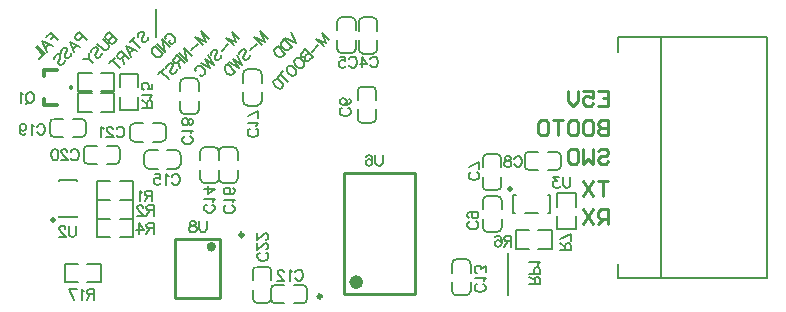
<source format=gbo>
G04*
G04 #@! TF.GenerationSoftware,Altium Limited,Altium Designer,18.1.4 (159)*
G04*
G04 Layer_Color=32896*
%FSLAX25Y25*%
%MOIN*%
G70*
G01*
G75*
%ADD11C,0.00787*%
%ADD12C,0.02362*%
%ADD13C,0.01181*%
%ADD17C,0.00600*%
%ADD18C,0.00800*%
%ADD21C,0.01000*%
%ADD22C,0.01968*%
%ADD92C,0.01575*%
%ADD93C,0.01200*%
D11*
X134210Y89468D02*
G03*
X132635Y91043I-1575J-0D01*
G01*
X129565Y91043D02*
G03*
X127990Y89468I0J-1575D01*
G01*
X127990Y80532D02*
G03*
X129565Y78957I1575J0D01*
G01*
X132635D02*
G03*
X134210Y80532I0J1575D01*
G01*
X116406Y-4389D02*
G03*
X117981Y-2814I-0J1575D01*
G01*
X117981Y257D02*
G03*
X116406Y1832I-1575J0D01*
G01*
X107469Y1832D02*
G03*
X105895Y257I0J-1575D01*
G01*
Y-2814D02*
G03*
X107469Y-4389I1575J0D01*
G01*
X172484Y8782D02*
G03*
X170909Y10357I-1575J-0D01*
G01*
X167838Y10357D02*
G03*
X166263Y8782I0J-1575D01*
G01*
X166263Y-155D02*
G03*
X167838Y-1729I1575J0D01*
G01*
X170909D02*
G03*
X172484Y-155I0J1575D01*
G01*
X176490Y34888D02*
G03*
X178065Y33313I1575J0D01*
G01*
X181135Y33313D02*
G03*
X182710Y34888I0J1575D01*
G01*
X182710Y43825D02*
G03*
X181135Y45400I-1575J-0D01*
G01*
X178065D02*
G03*
X176490Y43825I0J-1575D01*
G01*
X141410Y89374D02*
G03*
X139835Y90949I-1575J-0D01*
G01*
X136765Y90949D02*
G03*
X135190Y89374I0J-1575D01*
G01*
X135190Y80437D02*
G03*
X136765Y78863I1575J0D01*
G01*
X139835D02*
G03*
X141410Y80437I0J1575D01*
G01*
X140994Y66288D02*
G03*
X139419Y67863I-1575J-0D01*
G01*
X136348Y67863D02*
G03*
X134773Y66288I0J-1575D01*
G01*
X134773Y57351D02*
G03*
X136348Y55776I1575J0D01*
G01*
X139419D02*
G03*
X140994Y57351I0J1575D01*
G01*
X182816Y29869D02*
G03*
X181241Y31443I-1575J-0D01*
G01*
X178170Y31443D02*
G03*
X176595Y29869I0J-1575D01*
G01*
X176595Y20932D02*
G03*
X178170Y19357I1575J0D01*
G01*
X181241D02*
G03*
X182816Y20932I0J1575D01*
G01*
X190488Y41565D02*
G03*
X192063Y39990I1575J0D01*
G01*
Y46210D02*
G03*
X190488Y44635I0J-1575D01*
G01*
X202575Y44635D02*
G03*
X201000Y46210I-1575J0D01*
G01*
X201000Y39990D02*
G03*
X202575Y41565I-0J1575D01*
G01*
X104467Y-4240D02*
G03*
X106042Y-2665I0J1575D01*
G01*
X99821D02*
G03*
X101396Y-4240I1575J0D01*
G01*
X101396Y7847D02*
G03*
X99821Y6272I0J-1575D01*
G01*
X106042Y6272D02*
G03*
X104467Y7847I-1575J-0D01*
G01*
X33786Y57193D02*
G03*
X32211Y55619I0J-1575D01*
G01*
X32211Y52548D02*
G03*
X33786Y50973I1575J0D01*
G01*
X42723Y50973D02*
G03*
X44297Y52548I-0J1575D01*
G01*
Y55619D02*
G03*
X42723Y57193I-1575J0D01*
G01*
X60474Y55710D02*
G03*
X58899Y54135I0J-1575D01*
G01*
X58899Y51065D02*
G03*
X60474Y49490I1575J0D01*
G01*
X69411Y49490D02*
G03*
X70986Y51065I-0J1575D01*
G01*
Y54135D02*
G03*
X69411Y55710I-1575J0D01*
G01*
X54000Y42018D02*
G03*
X55575Y43593I-0J1575D01*
G01*
X55575Y46663D02*
G03*
X54000Y48238I-1575J0D01*
G01*
X45063Y48238D02*
G03*
X43488Y46663I0J-1575D01*
G01*
Y43593D02*
G03*
X45063Y42018I1575J0D01*
G01*
X75647Y60232D02*
G03*
X77222Y58657I1575J0D01*
G01*
X80292Y58657D02*
G03*
X81867Y60232I0J1575D01*
G01*
X81867Y69169D02*
G03*
X80292Y70743I-1575J-0D01*
G01*
X77222D02*
G03*
X75647Y69169I0J-1575D01*
G01*
X96590Y63131D02*
G03*
X98165Y61557I1575J0D01*
G01*
X101235Y61557D02*
G03*
X102810Y63131I0J1575D01*
G01*
X102810Y72069D02*
G03*
X101235Y73643I-1575J-0D01*
G01*
X98165D02*
G03*
X96590Y72069I0J-1575D01*
G01*
X94831Y46201D02*
G03*
X93256Y47776I-1575J-0D01*
G01*
X90185Y47776D02*
G03*
X88611Y46201I0J-1575D01*
G01*
X88611Y37264D02*
G03*
X90185Y35689I1575J0D01*
G01*
X93256D02*
G03*
X94831Y37264I0J1575D01*
G01*
X74206Y40505D02*
G03*
X75781Y42079I-0J1575D01*
G01*
X75781Y45150D02*
G03*
X74206Y46725I-1575J0D01*
G01*
X65269Y46725D02*
G03*
X63694Y45150I0J-1575D01*
G01*
Y42079D02*
G03*
X65269Y40505I1575J0D01*
G01*
X88616Y46135D02*
G03*
X87041Y47710I-1575J-0D01*
G01*
X83970Y47710D02*
G03*
X82395Y46135I0J-1575D01*
G01*
X82395Y37198D02*
G03*
X83970Y35624I1575J0D01*
G01*
X87041D02*
G03*
X88616Y37198I0J1575D01*
G01*
X134210Y80532D02*
Y83425D01*
X129565Y91043D02*
X132635D01*
X129565Y78957D02*
X132635D01*
X134210Y86575D02*
Y89468D01*
X127990Y86575D02*
Y89468D01*
X127990Y80532D02*
Y83425D01*
X107469Y-4389D02*
X110363D01*
X117981Y-2814D02*
Y257D01*
X105895Y-2814D02*
Y257D01*
X113513Y-4389D02*
X116406D01*
X113513Y1832D02*
X116406D01*
X107469Y1832D02*
X110363D01*
X172484Y-155D02*
Y2739D01*
X167838Y10357D02*
X170909D01*
X167838Y-1729D02*
X170909D01*
X172484Y5889D02*
Y8782D01*
X166263Y5889D02*
Y8782D01*
X166263Y-155D02*
Y2739D01*
X195075Y20110D02*
X199543D01*
X187457Y13890D02*
Y20110D01*
X199543Y13890D02*
Y20110D01*
X187457D02*
X191925D01*
X195075Y13890D02*
X199543D01*
X187457D02*
X191925D01*
X201290Y27875D02*
Y32343D01*
Y20257D02*
X207510D01*
X201290Y32343D02*
X207510D01*
X201290Y20257D02*
Y24725D01*
X207510Y27875D02*
Y32343D01*
Y20257D02*
Y24725D01*
X176490Y40931D02*
Y43825D01*
X178065Y33313D02*
X181135D01*
X178065Y45400D02*
X181135D01*
X176490Y34888D02*
Y37782D01*
X182710Y34888D02*
Y37782D01*
X182710Y40931D02*
Y43825D01*
X141410Y80437D02*
Y83331D01*
X136765Y90949D02*
X139835D01*
X136765Y78863D02*
X139835D01*
X141410Y86481D02*
Y89374D01*
X135190Y86481D02*
Y89374D01*
X135190Y80437D02*
Y83331D01*
X140994Y57351D02*
Y60245D01*
X136348Y67863D02*
X139419D01*
X136348Y55776D02*
X139419D01*
X140994Y63394D02*
Y66288D01*
X134773Y63394D02*
Y66288D01*
X134773Y57351D02*
Y60245D01*
X182816Y20932D02*
Y23825D01*
X178170Y31443D02*
X181241D01*
X178170Y19357D02*
X181241D01*
X182816Y26975D02*
Y29869D01*
X176595Y26975D02*
Y29869D01*
X176595Y20932D02*
Y23825D01*
X44732Y8805D02*
X49200D01*
X37114Y2584D02*
Y8805D01*
X49200Y2584D02*
Y8805D01*
X37114D02*
X41582D01*
X44732Y2584D02*
X49200D01*
X37114D02*
X41582D01*
X192063Y46210D02*
X194957D01*
X198106Y46210D02*
X201000D01*
X198106Y39990D02*
X201000D01*
X190488Y41565D02*
Y44635D01*
X202575Y41565D02*
Y44635D01*
X192063Y39990D02*
X194957D01*
X47957Y17687D02*
X52425D01*
X60043D02*
Y23907D01*
X47957Y17687D02*
Y23907D01*
X55575Y17687D02*
X60043D01*
X47957Y23907D02*
X52425D01*
X55575D02*
X60043D01*
X55575Y36410D02*
X60043D01*
X47957Y30190D02*
Y36410D01*
X60043Y30190D02*
Y36410D01*
X47957D02*
X52425D01*
X55575Y30190D02*
X60043D01*
X47957D02*
X52425D01*
X47957Y23789D02*
X52425D01*
X60043D02*
Y30009D01*
X47957Y23789D02*
Y30009D01*
X55575Y23789D02*
X60043D01*
X47957Y30009D02*
X52425D01*
X55575D02*
X60043D01*
X99821Y-2665D02*
Y229D01*
X99821Y3378D02*
Y6272D01*
X106042Y3378D02*
Y6272D01*
X101396Y-4240D02*
X104467D01*
X101396Y7847D02*
X104467D01*
X106042Y-2665D02*
Y229D01*
X39829Y57193D02*
X42723D01*
X32211Y52548D02*
Y55619D01*
X44297Y52548D02*
Y55619D01*
X33786Y57193D02*
X36679D01*
X33786Y50973D02*
X36679D01*
X39829Y50973D02*
X42723D01*
X49275Y72510D02*
X53743D01*
X41657D02*
X46125D01*
X49275Y66290D02*
X53743D01*
X41657D02*
Y72510D01*
X53743Y66290D02*
Y72510D01*
X41657Y66290D02*
X46125D01*
X61710Y59988D02*
Y64457D01*
Y67606D02*
Y72075D01*
X55490Y59988D02*
Y64457D01*
Y72075D02*
X61710D01*
X55490Y59988D02*
X61710D01*
X55490Y67606D02*
Y72075D01*
X41657Y59390D02*
X46125D01*
X49275D02*
X53743D01*
X41657Y65610D02*
X46125D01*
X53743Y59390D02*
Y65610D01*
X41657Y59390D02*
Y65610D01*
X49275D02*
X53743D01*
X66517Y55710D02*
X69411D01*
X58899Y51065D02*
Y54135D01*
X70986Y51065D02*
Y54135D01*
X60474Y55710D02*
X63368D01*
X60474Y49490D02*
X63368D01*
X66517Y49490D02*
X69411D01*
X45063Y42018D02*
X47957D01*
X55575Y43593D02*
Y46663D01*
X43488Y43593D02*
Y46663D01*
X51106Y42018D02*
X54000D01*
X51106Y48238D02*
X54000D01*
X45063Y48238D02*
X47957D01*
X75647Y66275D02*
Y69169D01*
X77222Y58657D02*
X80292D01*
X77222Y70743D02*
X80292D01*
X75647Y60232D02*
Y63125D01*
X81867Y60232D02*
Y63125D01*
X81867Y66275D02*
Y69169D01*
X96590Y69175D02*
Y72069D01*
X98165Y61557D02*
X101235D01*
X98165Y73643D02*
X101235D01*
X96590Y63131D02*
Y66025D01*
X102810Y63131D02*
Y66025D01*
X102810Y69175D02*
Y72069D01*
X94831Y37264D02*
Y40157D01*
X90185Y47776D02*
X93256D01*
X90185Y35689D02*
X93256D01*
X94831Y43307D02*
Y46201D01*
X88611Y43307D02*
Y46201D01*
X88611Y37264D02*
Y40157D01*
X65269Y40505D02*
X68163D01*
X75781Y42079D02*
Y45150D01*
X63694Y42079D02*
Y45150D01*
X71312Y40505D02*
X74206D01*
X71312Y46725D02*
X74206D01*
X65269Y46725D02*
X68163D01*
X88616Y37198D02*
Y40092D01*
X83970Y47710D02*
X87041D01*
X83970Y35624D02*
X87041D01*
X88616Y43242D02*
Y46135D01*
X82395Y43242D02*
Y46135D01*
X82395Y37198D02*
Y40092D01*
D12*
X135524Y2708D02*
G03*
X135524Y2708I-1181J0D01*
G01*
D13*
X96670Y18407D02*
G03*
X96670Y18407I-591J0D01*
G01*
X122729Y-2016D02*
G03*
X122729Y-2016I-591J0D01*
G01*
D17*
X235836Y4133D02*
X235836Y84447D01*
X271269Y4133D02*
Y84447D01*
X235836D02*
X271269D01*
X235836Y4133D02*
X271269D01*
X221663Y84447D02*
X235836D01*
X221663Y4133D02*
X235836D01*
X221663Y79290D02*
Y84447D01*
Y4133D02*
Y8690D01*
X67478Y84500D02*
Y93900D01*
X102355Y86245D02*
X104900Y83700D01*
X102355Y86245D02*
X103930Y82731D01*
X100416Y84306D02*
X103930Y82731D01*
X100416Y84306D02*
X102961Y81761D01*
X101143Y82125D02*
X98962Y79943D01*
X95423Y78586D02*
Y79071D01*
X95665Y79555D01*
X96150Y80040D01*
X96635Y80282D01*
X97119D01*
X97362Y80040D01*
X97483Y79676D01*
X97483Y79434D01*
X97362Y79071D01*
X96877Y78101D01*
X96756Y77737D01*
Y77495D01*
X96877Y77131D01*
X97241Y76768D01*
X97725D01*
X98210Y77010D01*
X98695Y77495D01*
X98937Y77980D01*
Y78465D01*
X94490Y78380D02*
X96429Y75229D01*
X93278Y77168D02*
X96429Y75229D01*
X93278Y77168D02*
X95217Y74017D01*
X92066Y75956D02*
X95217Y74017D01*
X91557Y75447D02*
X94102Y72902D01*
X91557Y75447D02*
X90708Y74598D01*
X90466Y74114D01*
X90466Y73629D01*
X90587Y73265D01*
X90830Y72781D01*
X91435Y72175D01*
X91920Y71932D01*
X92284Y71811D01*
X92769Y71811D01*
X93253Y72053D01*
X94102Y72902D01*
X122855Y85845D02*
X125400Y83300D01*
X122855Y85845D02*
X124431Y82331D01*
X120916Y83906D02*
X124431Y82331D01*
X120916Y83906D02*
X123461Y81361D01*
X121643Y81725D02*
X119462Y79543D01*
X117256Y80246D02*
X119801Y77701D01*
X117256Y80246D02*
X116165Y79155D01*
X115923Y78671D01*
X115923Y78428D01*
X116044Y78065D01*
X116286Y77822D01*
X116650Y77701D01*
X116892D01*
X117377Y77943D01*
X118468Y79034D02*
X117377Y77943D01*
X117135Y77459D01*
Y77216D01*
X117256Y76853D01*
X117620Y76489D01*
X117983Y76368D01*
X118225D01*
X118710Y76610D01*
X119801Y77701D01*
X114262Y77253D02*
X114626Y77374D01*
X115111D01*
X115474Y77253D01*
X115959Y77010D01*
X116565Y76404D01*
X116807Y75919D01*
X116929Y75556D01*
Y75071D01*
X116807Y74708D01*
X116323Y74223D01*
X115959Y74102D01*
X115474D01*
X115111Y74223D01*
X114626Y74465D01*
X114020Y75071D01*
X113778Y75556D01*
X113656Y75919D01*
Y76404D01*
X113778Y76768D01*
X114262Y77253D01*
X111730Y74720D02*
X112093Y74841D01*
X112578D01*
X112941Y74720D01*
X113426Y74477D01*
X114032Y73871D01*
X114275Y73387D01*
X114396Y73023D01*
Y72538D01*
X114275Y72175D01*
X113790Y71690D01*
X113426Y71569D01*
X112941D01*
X112578Y71690D01*
X112093Y71932D01*
X111487Y72538D01*
X111245Y73023D01*
X111124Y73387D01*
Y73871D01*
X111245Y74235D01*
X111730Y74720D01*
X109075Y72066D02*
X111620Y69520D01*
X109924Y72914D02*
X108227Y71217D01*
X107197Y70187D02*
X107682Y70429D01*
X108288Y70308D01*
X109015Y69823D01*
X109378Y69460D01*
X109863Y68733D01*
X109984Y68127D01*
X109742Y67642D01*
X109500Y67400D01*
X109015Y67157D01*
X108409Y67278D01*
X107682Y67763D01*
X107318Y68127D01*
X106833Y68854D01*
X106712Y69460D01*
X106955Y69945D01*
X107197Y70187D01*
X70843Y83621D02*
X70722Y83985D01*
Y84469D01*
X70843Y84833D01*
X71328Y85318D01*
X71691Y85439D01*
X72176D01*
X72540Y85318D01*
X73024Y85075D01*
X73630Y84469D01*
X73873Y83985D01*
X73994Y83621D01*
Y83136D01*
X73873Y82773D01*
X73388Y82288D01*
X73024Y82167D01*
X72540D01*
X72176Y82288D01*
X71813Y82652D01*
X72418Y83258D02*
X71813Y82652D01*
X69655Y83645D02*
X72200Y81100D01*
X69655Y83645D02*
X70504Y79404D01*
X67959Y81949D02*
X70504Y79404D01*
X67256Y81246D02*
X69801Y78701D01*
X67256Y81246D02*
X66407Y80397D01*
X66165Y79913D01*
X66165Y79428D01*
X66286Y79064D01*
X66529Y78580D01*
X67135Y77974D01*
X67619Y77731D01*
X67983Y77610D01*
X68468Y77610D01*
X68952Y77852D01*
X69801Y78701D01*
X82655Y86245D02*
X85200Y83700D01*
X82655Y86245D02*
X84231Y82731D01*
X80716Y84306D02*
X84231Y82731D01*
X80716Y84306D02*
X83261Y81761D01*
X81443Y82125D02*
X79262Y79943D01*
X77056Y80646D02*
X79601Y78101D01*
X77056Y80646D02*
X77904Y76404D01*
X75359Y78949D02*
X77904Y76404D01*
X74656Y78246D02*
X77201Y75701D01*
X74656Y78246D02*
X73566Y77156D01*
X73323Y76671D01*
X73323Y76429D01*
X73444Y76065D01*
X73687Y75823D01*
X74050Y75701D01*
X74293D01*
X74778Y75944D01*
X75868Y77034D01*
X75020Y76186D02*
X75505Y74005D01*
X71057Y73920D02*
Y74405D01*
X71299Y74889D01*
X71784Y75374D01*
X72269Y75617D01*
X72754Y75617D01*
X72996Y75374D01*
X73117Y75011D01*
X73117Y74768D01*
X72996Y74405D01*
X72511Y73435D01*
X72390Y73071D01*
X72390Y72829D01*
X72511Y72465D01*
X72875Y72102D01*
X73360D01*
X73844Y72344D01*
X74329Y72829D01*
X74571Y73314D01*
X74571Y73799D01*
X69275Y72865D02*
X71820Y70320D01*
X70124Y73714D02*
X68427Y72017D01*
X92855Y86145D02*
X95400Y83600D01*
X92855Y86145D02*
X94431Y82630D01*
X90916Y84206D02*
X94431Y82630D01*
X90916Y84206D02*
X93461Y81661D01*
X91643Y82025D02*
X89462Y79843D01*
X85923Y78486D02*
Y78970D01*
X86165Y79455D01*
X86650Y79940D01*
X87135Y80182D01*
X87620D01*
X87862Y79940D01*
X87983Y79576D01*
X87983Y79334D01*
X87862Y78970D01*
X87377Y78001D01*
X87256Y77637D01*
Y77395D01*
X87377Y77031D01*
X87741Y76668D01*
X88225D01*
X88710Y76910D01*
X89195Y77395D01*
X89437Y77880D01*
Y78364D01*
X84990Y78280D02*
X86929Y75129D01*
X83778Y77068D02*
X86929Y75129D01*
X83778Y77068D02*
X85717Y73917D01*
X82566Y75856D02*
X85717Y73917D01*
X80845Y72923D02*
X80724Y73286D01*
Y73771D01*
X80845Y74135D01*
X81330Y74620D01*
X81693Y74741D01*
X82178D01*
X82542Y74620D01*
X83026Y74377D01*
X83632Y73771D01*
X83875Y73286D01*
X83996Y72923D01*
Y72438D01*
X83875Y72075D01*
X83390Y71590D01*
X83026Y71469D01*
X82542D01*
X82178Y71590D01*
X112655Y85945D02*
X114231Y82430D01*
X110716Y84006D02*
X114231Y82430D01*
X110389Y83679D02*
X112934Y81134D01*
X110389Y83679D02*
X109540Y82830D01*
X109298Y82346D01*
X109298Y81861D01*
X109419Y81497D01*
X109661Y81012D01*
X110267Y80406D01*
X110752Y80164D01*
X111116Y80043D01*
X111601Y80043D01*
X112085Y80285D01*
X112934Y81134D01*
X108122Y81412D02*
X110667Y78867D01*
X108122Y81412D02*
X107274Y80564D01*
X107032Y80079D01*
X107032Y79595D01*
X107153Y79231D01*
X107395Y78746D01*
X108001Y78140D01*
X108486Y77898D01*
X108850Y77777D01*
X109334Y77777D01*
X109819Y78019D01*
X110667Y78867D01*
X32455Y85845D02*
X35000Y83300D01*
X32455Y85845D02*
X30880Y84269D01*
X33667Y84633D02*
X32697Y83664D01*
X31195Y79495D02*
X29619Y83009D01*
X33134Y81434D01*
X31922Y81918D02*
X30710Y80707D01*
X28056Y81446D02*
X30601Y78901D01*
X27522Y80913D02*
X30068Y78368D01*
X28613Y76913D01*
X43388Y84712D02*
X42297Y83621D01*
X41813Y83379D01*
X41570D01*
X41207Y83500D01*
X40843Y83864D01*
X40722Y84227D01*
X40722Y84469D01*
X40964Y84954D01*
X42055Y86045D01*
X44600Y83500D01*
X40395Y79295D02*
X38819Y82809D01*
X42334Y81234D01*
X41122Y81718D02*
X39910Y80507D01*
X35923Y79186D02*
Y79670D01*
X36165Y80155D01*
X36650Y80640D01*
X37135Y80882D01*
X37619Y80882D01*
X37862Y80640D01*
X37983Y80276D01*
X37983Y80034D01*
X37862Y79670D01*
X37377Y78701D01*
X37256Y78337D01*
X37256Y78095D01*
X37377Y77731D01*
X37740Y77368D01*
X38225D01*
X38710Y77610D01*
X39195Y78095D01*
X39437Y78580D01*
X39437Y79064D01*
X33656Y76919D02*
Y77404D01*
X33899Y77889D01*
X34383Y78374D01*
X34868Y78616D01*
X35353Y78616D01*
X35595Y78374D01*
X35717Y78010D01*
Y77768D01*
X35595Y77404D01*
X35111Y76434D01*
X34989Y76071D01*
X34989Y75828D01*
X35111Y75465D01*
X35474Y75101D01*
X35959D01*
X36444Y75344D01*
X36928Y75828D01*
X37171Y76313D01*
X37171Y76798D01*
X52055Y86086D02*
X54600Y83541D01*
X52055Y86086D02*
X50964Y84995D01*
X50722Y84510D01*
X50722Y84268D01*
X50843Y83904D01*
X51085Y83662D01*
X51449Y83541D01*
X51691D01*
X52176Y83783D01*
X53267Y84874D02*
X52176Y83783D01*
X51934Y83299D01*
Y83056D01*
X52055Y82693D01*
X52419Y82329D01*
X52782Y82208D01*
X53025D01*
X53509Y82450D01*
X54600Y83541D01*
X49789Y83820D02*
X51607Y82002D01*
X51849Y81517D01*
Y81032D01*
X51607Y80547D01*
X51364Y80305D01*
X50879Y80063D01*
X50395D01*
X49910Y80305D01*
X48092Y82123D01*
X46056Y79360D02*
Y79845D01*
X46298Y80329D01*
X46783Y80814D01*
X47268Y81056D01*
X47753Y81056D01*
X47995Y80814D01*
X48116Y80450D01*
Y80208D01*
X47995Y79845D01*
X47510Y78875D01*
X47389Y78512D01*
X47389Y78269D01*
X47510Y77905D01*
X47874Y77542D01*
X48359D01*
X48843Y77784D01*
X49328Y78269D01*
X49571Y78754D01*
X49571Y79239D01*
X45123Y79154D02*
X45365Y76972D01*
X46698Y75639D01*
X43184Y77215D02*
X45365Y76972D01*
X61522Y84485D02*
Y84970D01*
X61764Y85454D01*
X62249Y85939D01*
X62734Y86181D01*
X63218Y86181D01*
X63461Y85939D01*
X63582Y85575D01*
X63582Y85333D01*
X63461Y84970D01*
X62976Y84000D01*
X62855Y83636D01*
X62855Y83394D01*
X62976Y83030D01*
X63340Y82667D01*
X63824D01*
X64309Y82909D01*
X64794Y83394D01*
X65036Y83879D01*
X65036Y84364D01*
X59740Y83430D02*
X62285Y80885D01*
X60589Y84279D02*
X58892Y82582D01*
X59195Y77795D02*
X57619Y81309D01*
X61134Y79734D01*
X59922Y80219D02*
X58710Y79007D01*
X56056Y79746D02*
X58601Y77201D01*
X56056Y79746D02*
X54965Y78655D01*
X54723Y78171D01*
X54723Y77928D01*
X54844Y77565D01*
X55086Y77322D01*
X55450Y77201D01*
X55692D01*
X56177Y77443D01*
X57268Y78534D01*
X56420Y77686D02*
X56904Y75504D01*
X52941Y76631D02*
X55487Y74086D01*
X53790Y77480D02*
X52093Y75783D01*
X131929Y76942D02*
X132100Y77285D01*
X132443Y77628D01*
X132786Y77799D01*
X133472D01*
X133814Y77628D01*
X134157Y77285D01*
X134329Y76942D01*
X134500Y76428D01*
Y75571D01*
X134329Y75057D01*
X134157Y74714D01*
X133814Y74371D01*
X133472Y74200D01*
X132786D01*
X132443Y74371D01*
X132100Y74714D01*
X131929Y75057D01*
X128861Y77799D02*
X130575D01*
X130746Y76257D01*
X130575Y76428D01*
X130061Y76600D01*
X129547D01*
X129033Y76428D01*
X128690Y76085D01*
X128518Y75571D01*
Y75228D01*
X128690Y74714D01*
X129033Y74371D01*
X129547Y74200D01*
X130061D01*
X130575Y74371D01*
X130746Y74543D01*
X130918Y74886D01*
X25949Y66019D02*
X26292Y65847D01*
X26634Y65504D01*
X26806Y65162D01*
X26977Y64647D01*
Y63790D01*
X26806Y63276D01*
X26634Y62933D01*
X26292Y62591D01*
X25949Y62419D01*
X25263D01*
X24920Y62591D01*
X24578Y62933D01*
X24406Y63276D01*
X24235Y63790D01*
Y64647D01*
X24406Y65162D01*
X24578Y65504D01*
X24920Y65847D01*
X25263Y66019D01*
X25949D01*
X25435Y63105D02*
X24406Y62076D01*
X23395Y65333D02*
X23052Y65504D01*
X22538Y66019D01*
Y62419D01*
X40951Y21427D02*
Y18856D01*
X40780Y18341D01*
X40437Y17999D01*
X39923Y17827D01*
X39580D01*
X39066Y17999D01*
X38723Y18341D01*
X38551Y18856D01*
Y21427D01*
X37386Y20570D02*
Y20741D01*
X37215Y21084D01*
X37043Y21255D01*
X36700Y21427D01*
X36015D01*
X35672Y21255D01*
X35501Y21084D01*
X35329Y20741D01*
Y20398D01*
X35501Y20055D01*
X35844Y19541D01*
X37557Y17827D01*
X35158D01*
X205799Y13300D02*
X202200D01*
X205799D02*
Y14842D01*
X205628Y15357D01*
X205456Y15528D01*
X205114Y15699D01*
X204771D01*
X204428Y15528D01*
X204257Y15357D01*
X204085Y14842D01*
Y13300D01*
Y14500D02*
X202200Y15699D01*
X205799Y18904D02*
X202200Y17191D01*
X205799Y16505D02*
Y18904D01*
X186000Y18099D02*
Y14500D01*
Y18099D02*
X184458D01*
X183943Y17928D01*
X183772Y17756D01*
X183600Y17414D01*
Y17071D01*
X183772Y16728D01*
X183943Y16557D01*
X184458Y16385D01*
X186000D01*
X184800D02*
X183600Y14500D01*
X180738Y17585D02*
X180910Y17928D01*
X181424Y18099D01*
X181767D01*
X182281Y17928D01*
X182624Y17414D01*
X182795Y16557D01*
Y15700D01*
X182624Y15014D01*
X182281Y14671D01*
X181767Y14500D01*
X181595D01*
X181081Y14671D01*
X180738Y15014D01*
X180567Y15528D01*
Y15700D01*
X180738Y16214D01*
X181081Y16557D01*
X181595Y16728D01*
X181767D01*
X182281Y16557D01*
X182624Y16214D01*
X182795Y15700D01*
X176601Y2082D02*
X176944Y1910D01*
X177287Y1568D01*
X177458Y1225D01*
Y539D01*
X177287Y196D01*
X176944Y-146D01*
X176601Y-318D01*
X176087Y-489D01*
X175230D01*
X174716Y-318D01*
X174373Y-146D01*
X174030Y196D01*
X173859Y539D01*
Y1225D01*
X174030Y1568D01*
X174373Y1910D01*
X174716Y2082D01*
X176773Y3093D02*
X176944Y3436D01*
X177458Y3950D01*
X173859D01*
X177458Y6075D02*
Y7960D01*
X176087Y6932D01*
Y7446D01*
X175916Y7789D01*
X175744Y7960D01*
X175230Y8132D01*
X174888D01*
X174373Y7960D01*
X174030Y7618D01*
X173859Y7103D01*
Y6589D01*
X174030Y6075D01*
X174202Y5904D01*
X174545Y5732D01*
X114029Y5942D02*
X114200Y6285D01*
X114543Y6628D01*
X114886Y6799D01*
X115572D01*
X115914Y6628D01*
X116257Y6285D01*
X116429Y5942D01*
X116600Y5428D01*
Y4571D01*
X116429Y4057D01*
X116257Y3714D01*
X115914Y3371D01*
X115572Y3200D01*
X114886D01*
X114543Y3371D01*
X114200Y3714D01*
X114029Y4057D01*
X113018Y6114D02*
X112675Y6285D01*
X112161Y6799D01*
Y3200D01*
X110207Y5942D02*
Y6114D01*
X110036Y6456D01*
X109864Y6628D01*
X109521Y6799D01*
X108836D01*
X108493Y6628D01*
X108322Y6456D01*
X108150Y6114D01*
Y5771D01*
X108322Y5428D01*
X108665Y4914D01*
X110379Y3200D01*
X107979D01*
X131630Y60762D02*
X131972Y60591D01*
X132315Y60248D01*
X132486Y59905D01*
Y59219D01*
X132315Y58877D01*
X131972Y58534D01*
X131630Y58363D01*
X131115Y58191D01*
X130258D01*
X129744Y58363D01*
X129401Y58534D01*
X129059Y58877D01*
X128887Y59219D01*
Y59905D01*
X129059Y60248D01*
X129401Y60591D01*
X129744Y60762D01*
X131972Y63830D02*
X132315Y63658D01*
X132486Y63144D01*
Y62802D01*
X132315Y62287D01*
X131801Y61945D01*
X130944Y61773D01*
X130087D01*
X129401Y61945D01*
X129059Y62287D01*
X128887Y62802D01*
Y62973D01*
X129059Y63487D01*
X129401Y63830D01*
X129916Y64001D01*
X130087D01*
X130601Y63830D01*
X130944Y63487D01*
X131115Y62973D01*
Y62802D01*
X130944Y62287D01*
X130601Y61945D01*
X130087Y61773D01*
X139029Y77045D02*
X139200Y77388D01*
X139543Y77731D01*
X139886Y77902D01*
X140572D01*
X140914Y77731D01*
X141257Y77388D01*
X141429Y77045D01*
X141600Y76531D01*
Y75674D01*
X141429Y75160D01*
X141257Y74817D01*
X140914Y74474D01*
X140572Y74303D01*
X139886D01*
X139543Y74474D01*
X139200Y74817D01*
X139029Y75160D01*
X136304Y77902D02*
X138018Y75503D01*
X135447D01*
X136304Y77902D02*
Y74303D01*
X174542Y39407D02*
X174885Y39235D01*
X175228Y38892D01*
X175399Y38550D01*
Y37864D01*
X175228Y37521D01*
X174885Y37179D01*
X174542Y37007D01*
X174028Y36836D01*
X173171D01*
X172657Y37007D01*
X172314Y37179D01*
X171971Y37521D01*
X171800Y37864D01*
Y38550D01*
X171971Y38892D01*
X172314Y39235D01*
X172657Y39407D01*
X175399Y42817D02*
X171800Y41104D01*
X175399Y40418D02*
Y42817D01*
X205700Y37799D02*
Y35228D01*
X205529Y34714D01*
X205186Y34371D01*
X204672Y34200D01*
X204329D01*
X203815Y34371D01*
X203472Y34714D01*
X203300Y35228D01*
Y37799D01*
X201964D02*
X200078D01*
X201107Y36428D01*
X200592D01*
X200250Y36257D01*
X200078Y36085D01*
X199907Y35571D01*
Y35228D01*
X200078Y34714D01*
X200421Y34371D01*
X200935Y34200D01*
X201449D01*
X201964Y34371D01*
X202135Y34543D01*
X202306Y34886D01*
X143150Y45050D02*
Y42479D01*
X142979Y41965D01*
X142636Y41622D01*
X142122Y41451D01*
X141779D01*
X141265Y41622D01*
X140922Y41965D01*
X140751Y42479D01*
Y45050D01*
X137700Y44536D02*
X137871Y44879D01*
X138385Y45050D01*
X138728D01*
X139242Y44879D01*
X139585Y44364D01*
X139756Y43507D01*
Y42650D01*
X139585Y41965D01*
X139242Y41622D01*
X138728Y41451D01*
X138557D01*
X138042Y41622D01*
X137700Y41965D01*
X137528Y42479D01*
Y42650D01*
X137700Y43165D01*
X138042Y43507D01*
X138557Y43679D01*
X138728D01*
X139242Y43507D01*
X139585Y43165D01*
X139756Y42650D01*
X195504Y2105D02*
X191905D01*
X195504D02*
Y3647D01*
X195333Y4161D01*
X195162Y4333D01*
X194819Y4504D01*
X194476D01*
X194133Y4333D01*
X193962Y4161D01*
X193790Y3647D01*
Y2105D01*
Y3304D02*
X191905Y4504D01*
X193619Y5310D02*
Y6852D01*
X193790Y7366D01*
X193962Y7538D01*
X194305Y7709D01*
X194819D01*
X195162Y7538D01*
X195333Y7366D01*
X195504Y6852D01*
Y5310D01*
X191905D01*
X194819Y8515D02*
X194990Y8857D01*
X195504Y9372D01*
X191905D01*
X84500Y22999D02*
Y20428D01*
X84329Y19914D01*
X83986Y19571D01*
X83472Y19400D01*
X83129D01*
X82615Y19571D01*
X82272Y19914D01*
X82100Y20428D01*
Y22999D01*
X80250D02*
X80764Y22828D01*
X80935Y22485D01*
Y22142D01*
X80764Y21800D01*
X80421Y21628D01*
X79735Y21457D01*
X79221Y21285D01*
X78878Y20943D01*
X78707Y20600D01*
Y20086D01*
X78878Y19743D01*
X79050Y19571D01*
X79564Y19400D01*
X80250D01*
X80764Y19571D01*
X80935Y19743D01*
X81106Y20086D01*
Y20600D01*
X80935Y20943D01*
X80592Y21285D01*
X80078Y21457D01*
X79392Y21628D01*
X79050Y21800D01*
X78878Y22142D01*
Y22485D01*
X79050Y22828D01*
X79564Y22999D01*
X80250D01*
X46958Y352D02*
Y-3247D01*
Y352D02*
X45415D01*
X44901Y181D01*
X44730Y9D01*
X44558Y-333D01*
Y-676D01*
X44730Y-1019D01*
X44901Y-1190D01*
X45415Y-1362D01*
X46958D01*
X45758D02*
X44558Y-3247D01*
X43753Y-333D02*
X43410Y-162D01*
X42896Y352D01*
Y-3247D01*
X38714Y352D02*
X40428Y-3247D01*
X41113Y352D02*
X38714D01*
X66399Y60900D02*
X62800D01*
X66399D02*
Y62442D01*
X66228Y62957D01*
X66056Y63128D01*
X65714Y63300D01*
X65371D01*
X65028Y63128D01*
X64857Y62957D01*
X64685Y62442D01*
Y60900D01*
Y62100D02*
X62800Y63300D01*
X65714Y64105D02*
X65885Y64448D01*
X66399Y64962D01*
X62800D01*
X66399Y68801D02*
Y67087D01*
X64857Y66916D01*
X65028Y67087D01*
X65200Y67601D01*
Y68116D01*
X65028Y68630D01*
X64685Y68973D01*
X64171Y69144D01*
X63828D01*
X63314Y68973D01*
X62971Y68630D01*
X62800Y68116D01*
Y67601D01*
X62971Y67087D01*
X63143Y66916D01*
X63486Y66745D01*
X66809Y28327D02*
Y24728D01*
Y28327D02*
X65267D01*
X64752Y28156D01*
X64581Y27985D01*
X64410Y27642D01*
Y27299D01*
X64581Y26956D01*
X64752Y26785D01*
X65267Y26613D01*
X66809D01*
X65609D02*
X64410Y24728D01*
X63433Y27470D02*
Y27642D01*
X63261Y27985D01*
X63090Y28156D01*
X62747Y28327D01*
X62062D01*
X61719Y28156D01*
X61547Y27985D01*
X61376Y27642D01*
Y27299D01*
X61547Y26956D01*
X61890Y26442D01*
X63604Y24728D01*
X61204D01*
X66200Y33199D02*
Y29600D01*
Y33199D02*
X64657D01*
X64143Y33028D01*
X63972Y32856D01*
X63801Y32514D01*
Y32171D01*
X63972Y31828D01*
X64143Y31657D01*
X64657Y31485D01*
X66200D01*
X65000D02*
X63801Y29600D01*
X62995Y32514D02*
X62652Y32685D01*
X62138Y33199D01*
Y29600D01*
X66809Y22399D02*
Y18800D01*
Y22399D02*
X65267D01*
X64752Y22228D01*
X64581Y22056D01*
X64410Y21714D01*
Y21371D01*
X64581Y21028D01*
X64752Y20857D01*
X65267Y20685D01*
X66809D01*
X65609D02*
X64410Y18800D01*
X61890Y22399D02*
X63604Y20000D01*
X61033D01*
X61890Y22399D02*
Y18800D01*
X104142Y12464D02*
X104485Y12293D01*
X104828Y11950D01*
X104999Y11607D01*
Y10922D01*
X104828Y10579D01*
X104485Y10236D01*
X104142Y10065D01*
X103628Y9893D01*
X102771D01*
X102257Y10065D01*
X101914Y10236D01*
X101571Y10579D01*
X101400Y10922D01*
Y11607D01*
X101571Y11950D01*
X101914Y12293D01*
X102257Y12464D01*
X104142Y13647D02*
X104314D01*
X104656Y13818D01*
X104828Y13990D01*
X104999Y14332D01*
Y15018D01*
X104828Y15361D01*
X104656Y15532D01*
X104314Y15703D01*
X103971D01*
X103628Y15532D01*
X103114Y15189D01*
X101400Y13475D01*
Y15875D01*
X104142Y16852D02*
X104314D01*
X104656Y17023D01*
X104828Y17195D01*
X104999Y17537D01*
Y18223D01*
X104828Y18566D01*
X104656Y18737D01*
X104314Y18909D01*
X103971D01*
X103628Y18737D01*
X103114Y18394D01*
X101400Y16680D01*
Y19080D01*
X39229Y46121D02*
X39400Y46464D01*
X39743Y46806D01*
X40086Y46978D01*
X40771D01*
X41114Y46806D01*
X41457Y46464D01*
X41628Y46121D01*
X41800Y45607D01*
Y44750D01*
X41628Y44236D01*
X41457Y43893D01*
X41114Y43550D01*
X40771Y43379D01*
X40086D01*
X39743Y43550D01*
X39400Y43893D01*
X39229Y44236D01*
X38046Y46121D02*
Y46292D01*
X37875Y46635D01*
X37703Y46806D01*
X37361Y46978D01*
X36675D01*
X36332Y46806D01*
X36161Y46635D01*
X35989Y46292D01*
Y45950D01*
X36161Y45607D01*
X36503Y45092D01*
X38217Y43379D01*
X35818D01*
X33984Y46978D02*
X34498Y46806D01*
X34841Y46292D01*
X35012Y45435D01*
Y44921D01*
X34841Y44064D01*
X34498Y43550D01*
X33984Y43379D01*
X33641D01*
X33127Y43550D01*
X32784Y44064D01*
X32613Y44921D01*
Y45435D01*
X32784Y46292D01*
X33127Y46806D01*
X33641Y46978D01*
X33984D01*
X28029Y54557D02*
X28200Y54900D01*
X28543Y55243D01*
X28885Y55414D01*
X29571D01*
X29914Y55243D01*
X30257Y54900D01*
X30428Y54557D01*
X30599Y54043D01*
Y53186D01*
X30428Y52672D01*
X30257Y52329D01*
X29914Y51986D01*
X29571Y51815D01*
X28885D01*
X28543Y51986D01*
X28200Y52329D01*
X28029Y52672D01*
X27017Y54729D02*
X26675Y54900D01*
X26160Y55414D01*
Y51815D01*
X22150Y54215D02*
X22321Y53700D01*
X22664Y53358D01*
X23178Y53186D01*
X23350D01*
X23864Y53358D01*
X24206Y53700D01*
X24378Y54215D01*
Y54386D01*
X24206Y54900D01*
X23864Y55243D01*
X23350Y55414D01*
X23178D01*
X22664Y55243D01*
X22321Y54900D01*
X22150Y54215D01*
Y53358D01*
X22321Y52501D01*
X22664Y51986D01*
X23178Y51815D01*
X23521D01*
X24035Y51986D01*
X24206Y52329D01*
X54458Y53688D02*
X54629Y54031D01*
X54972Y54374D01*
X55315Y54545D01*
X56000D01*
X56343Y54374D01*
X56686Y54031D01*
X56857Y53688D01*
X57029Y53174D01*
Y52317D01*
X56857Y51803D01*
X56686Y51460D01*
X56343Y51117D01*
X56000Y50946D01*
X55315D01*
X54972Y51117D01*
X54629Y51460D01*
X54458Y51803D01*
X53275Y53688D02*
Y53859D01*
X53104Y54202D01*
X52932Y54374D01*
X52590Y54545D01*
X51904D01*
X51561Y54374D01*
X51390Y54202D01*
X51218Y53859D01*
Y53517D01*
X51390Y53174D01*
X51733Y52660D01*
X53447Y50946D01*
X51047D01*
X50242Y53859D02*
X49899Y54031D01*
X49384Y54545D01*
Y50946D01*
X79042Y51271D02*
X79385Y51099D01*
X79728Y50757D01*
X79899Y50414D01*
Y49728D01*
X79728Y49386D01*
X79385Y49043D01*
X79042Y48871D01*
X78528Y48700D01*
X77671D01*
X77157Y48871D01*
X76814Y49043D01*
X76471Y49386D01*
X76300Y49728D01*
Y50414D01*
X76471Y50757D01*
X76814Y51099D01*
X77157Y51271D01*
X79214Y52282D02*
X79385Y52625D01*
X79899Y53139D01*
X76300D01*
X79899Y55778D02*
X79728Y55264D01*
X79385Y55093D01*
X79042D01*
X78699Y55264D01*
X78528Y55607D01*
X78357Y56293D01*
X78185Y56807D01*
X77842Y57150D01*
X77500Y57321D01*
X76986D01*
X76643Y57150D01*
X76471Y56978D01*
X76300Y56464D01*
Y55778D01*
X76471Y55264D01*
X76643Y55093D01*
X76986Y54922D01*
X77500D01*
X77842Y55093D01*
X78185Y55436D01*
X78357Y55950D01*
X78528Y56635D01*
X78699Y56978D01*
X79042Y57150D01*
X79385D01*
X79728Y56978D01*
X79899Y56464D01*
Y55778D01*
X100907Y53771D02*
X101250Y53600D01*
X101592Y53257D01*
X101764Y52914D01*
Y52228D01*
X101592Y51886D01*
X101250Y51543D01*
X100907Y51371D01*
X100393Y51200D01*
X99536D01*
X99022Y51371D01*
X98679Y51543D01*
X98336Y51886D01*
X98165Y52228D01*
Y52914D01*
X98336Y53257D01*
X98679Y53600D01*
X99022Y53771D01*
X101078Y54782D02*
X101250Y55125D01*
X101764Y55639D01*
X98165D01*
X101764Y59821D02*
X98165Y58107D01*
X101764Y57421D02*
Y59821D01*
X92942Y28271D02*
X93285Y28100D01*
X93628Y27757D01*
X93799Y27414D01*
Y26728D01*
X93628Y26386D01*
X93285Y26043D01*
X92942Y25871D01*
X92428Y25700D01*
X91571D01*
X91057Y25871D01*
X90714Y26043D01*
X90371Y26386D01*
X90200Y26728D01*
Y27414D01*
X90371Y27757D01*
X90714Y28100D01*
X91057Y28271D01*
X93114Y29282D02*
X93285Y29625D01*
X93799Y30139D01*
X90200D01*
X93285Y33978D02*
X93628Y33807D01*
X93799Y33293D01*
Y32950D01*
X93628Y32436D01*
X93114Y32093D01*
X92257Y31921D01*
X91400D01*
X90714Y32093D01*
X90371Y32436D01*
X90200Y32950D01*
Y33121D01*
X90371Y33635D01*
X90714Y33978D01*
X91228Y34150D01*
X91400D01*
X91914Y33978D01*
X92257Y33635D01*
X92428Y33121D01*
Y32950D01*
X92257Y32436D01*
X91914Y32093D01*
X91400Y31921D01*
X72905Y37848D02*
X73076Y38191D01*
X73419Y38534D01*
X73762Y38705D01*
X74447D01*
X74790Y38534D01*
X75133Y38191D01*
X75304Y37848D01*
X75476Y37334D01*
Y36477D01*
X75304Y35963D01*
X75133Y35620D01*
X74790Y35277D01*
X74447Y35106D01*
X73762D01*
X73419Y35277D01*
X73076Y35620D01*
X72905Y35963D01*
X71894Y38019D02*
X71551Y38191D01*
X71037Y38705D01*
Y35106D01*
X67197Y38705D02*
X68911D01*
X69083Y37163D01*
X68911Y37334D01*
X68397Y37505D01*
X67883D01*
X67369Y37334D01*
X67026Y36991D01*
X66855Y36477D01*
Y36134D01*
X67026Y35620D01*
X67369Y35277D01*
X67883Y35106D01*
X68397D01*
X68911Y35277D01*
X69083Y35449D01*
X69254Y35791D01*
X86342Y28471D02*
X86685Y28299D01*
X87028Y27957D01*
X87199Y27614D01*
Y26928D01*
X87028Y26586D01*
X86685Y26243D01*
X86342Y26071D01*
X85828Y25900D01*
X84971D01*
X84457Y26071D01*
X84114Y26243D01*
X83771Y26586D01*
X83600Y26928D01*
Y27614D01*
X83771Y27957D01*
X84114Y28299D01*
X84457Y28471D01*
X86514Y29482D02*
X86685Y29825D01*
X87199Y30339D01*
X83600D01*
X87199Y33835D02*
X84800Y32122D01*
Y34692D01*
X87199Y33835D02*
X83600D01*
X174148Y22971D02*
X174491Y22799D01*
X174833Y22457D01*
X175005Y22114D01*
Y21428D01*
X174833Y21086D01*
X174491Y20743D01*
X174148Y20571D01*
X173634Y20400D01*
X172777D01*
X172263Y20571D01*
X171920Y20743D01*
X171577Y21086D01*
X171405Y21428D01*
Y22114D01*
X171577Y22457D01*
X171920Y22799D01*
X172263Y22971D01*
X173805Y26210D02*
X173291Y26039D01*
X172948Y25696D01*
X172777Y25182D01*
Y25010D01*
X172948Y24496D01*
X173291Y24153D01*
X173805Y23982D01*
X173976D01*
X174491Y24153D01*
X174833Y24496D01*
X175005Y25010D01*
Y25182D01*
X174833Y25696D01*
X174491Y26039D01*
X173805Y26210D01*
X172948D01*
X172091Y26039D01*
X171577Y25696D01*
X171405Y25182D01*
Y24839D01*
X171577Y24325D01*
X171920Y24153D01*
X187029Y43842D02*
X187200Y44185D01*
X187543Y44528D01*
X187886Y44699D01*
X188572D01*
X188914Y44528D01*
X189257Y44185D01*
X189429Y43842D01*
X189600Y43328D01*
Y42471D01*
X189429Y41957D01*
X189257Y41614D01*
X188914Y41271D01*
X188572Y41100D01*
X187886D01*
X187543Y41271D01*
X187200Y41614D01*
X187029Y41957D01*
X185161Y44699D02*
X185675Y44528D01*
X185846Y44185D01*
Y43842D01*
X185675Y43499D01*
X185332Y43328D01*
X184647Y43157D01*
X184133Y42985D01*
X183790Y42643D01*
X183618Y42300D01*
Y41786D01*
X183790Y41443D01*
X183961Y41271D01*
X184475Y41100D01*
X185161D01*
X185675Y41271D01*
X185846Y41443D01*
X186018Y41786D01*
Y42300D01*
X185846Y42643D01*
X185504Y42985D01*
X184990Y43157D01*
X184304Y43328D01*
X183961Y43499D01*
X183790Y43842D01*
Y44185D01*
X183961Y44528D01*
X184475Y44699D01*
X185161D01*
D18*
X184900Y-1543D02*
Y12357D01*
X199082Y25624D02*
Y31900D01*
X186650Y25624D02*
Y31900D01*
X198374Y25624D02*
X199082D01*
X186650D02*
X187374D01*
X190650D02*
X194874D01*
X186650Y31900D02*
X187650D01*
X198150D02*
X199082D01*
X41286Y36399D02*
Y36832D01*
X35286D02*
X41286D01*
Y24399D02*
Y24899D01*
X35286Y36399D02*
Y36832D01*
Y24399D02*
Y24899D01*
Y24399D02*
X41286D01*
D21*
X88796Y-2449D02*
Y17236D01*
X73836Y-2449D02*
Y17236D01*
X88796D01*
X73836Y-2449D02*
X88796D01*
X130406Y38929D02*
X154028D01*
X130406Y-1229D02*
X154028D01*
Y38929D01*
X130406Y-1229D02*
Y38929D01*
X218400Y56698D02*
Y51700D01*
X215901D01*
X215068Y52533D01*
Y53366D01*
X215901Y54199D01*
X218400D01*
X215901D01*
X215068Y55032D01*
Y55865D01*
X215901Y56698D01*
X218400D01*
X210902D02*
X212569D01*
X213402Y55865D01*
Y52533D01*
X212569Y51700D01*
X210902D01*
X210069Y52533D01*
Y55865D01*
X210902Y56698D01*
X205904D02*
X207570D01*
X208403Y55865D01*
Y52533D01*
X207570Y51700D01*
X205904D01*
X205071Y52533D01*
Y55865D01*
X205904Y56698D01*
X203405D02*
X200073D01*
X201739D01*
Y51700D01*
X198407Y55865D02*
X197573Y56698D01*
X195907D01*
X195074Y55865D01*
Y52533D01*
X195907Y51700D01*
X197573D01*
X198407Y52533D01*
Y55865D01*
X218400Y22000D02*
Y26998D01*
X215901D01*
X215068Y26165D01*
Y24499D01*
X215901Y23666D01*
X218400D01*
X216734D02*
X215068Y22000D01*
X213402Y26998D02*
X210069Y22000D01*
Y26998D02*
X213402Y22000D01*
X218400Y36498D02*
X215068D01*
X216734D01*
Y31500D01*
X213402Y36498D02*
X210069Y31500D01*
Y36498D02*
X213402Y31500D01*
X215068Y46265D02*
X215901Y47098D01*
X217567D01*
X218400Y46265D01*
Y45432D01*
X217567Y44599D01*
X215901D01*
X215068Y43766D01*
Y42933D01*
X215901Y42100D01*
X217567D01*
X218400Y42933D01*
X213402Y47098D02*
Y42100D01*
X211736Y43766D01*
X210069Y42100D01*
Y47098D01*
X205904D02*
X207570D01*
X208403Y46265D01*
Y42933D01*
X207570Y42100D01*
X205904D01*
X205071Y42933D01*
Y46265D01*
X205904Y47098D01*
X215068Y66498D02*
X218400D01*
Y61500D01*
X215068D01*
X218400Y63999D02*
X216734D01*
X210069Y66498D02*
X213402D01*
Y63999D01*
X211736Y64832D01*
X210902D01*
X210069Y63999D01*
Y62333D01*
X210902Y61500D01*
X212569D01*
X213402Y62333D01*
X208403Y66498D02*
Y63166D01*
X206737Y61500D01*
X205071Y63166D01*
Y66498D01*
D22*
X185650Y33800D02*
Y33900D01*
X33286Y23399D02*
X33386D01*
D92*
X86828Y14480D02*
G03*
X86828Y14480I-787J0D01*
G01*
D93*
X30200Y71400D02*
Y73400D01*
X39200Y67400D02*
Y67900D01*
X30200Y61900D02*
Y63900D01*
Y73400D02*
X34700D01*
X30200Y61900D02*
X34700D01*
M02*

</source>
